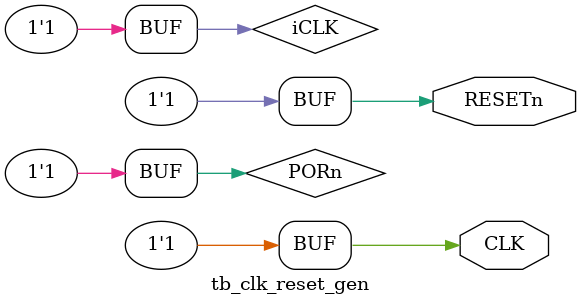
<source format=v>
module tb_clk_reset_gen(
  output wire   CLK,    // Clock
  output wire   RESETn  // Active low Reset output
  );

reg        PORn;
reg        iCLK;

// reset assert at first 50 ns
initial
begin
  PORn = 1'b0;
  #510
  PORn = 1'b1;
end 

// Clock period = 100 ns
always
  begin
  iCLK = 1'b1;
  #50
  iCLK = 1'b0;
  #50
  iCLK = 1'b1;
  end
  
assign CLK    = iCLK;
assign RESETn = PORn;
  
endmodule

</source>
